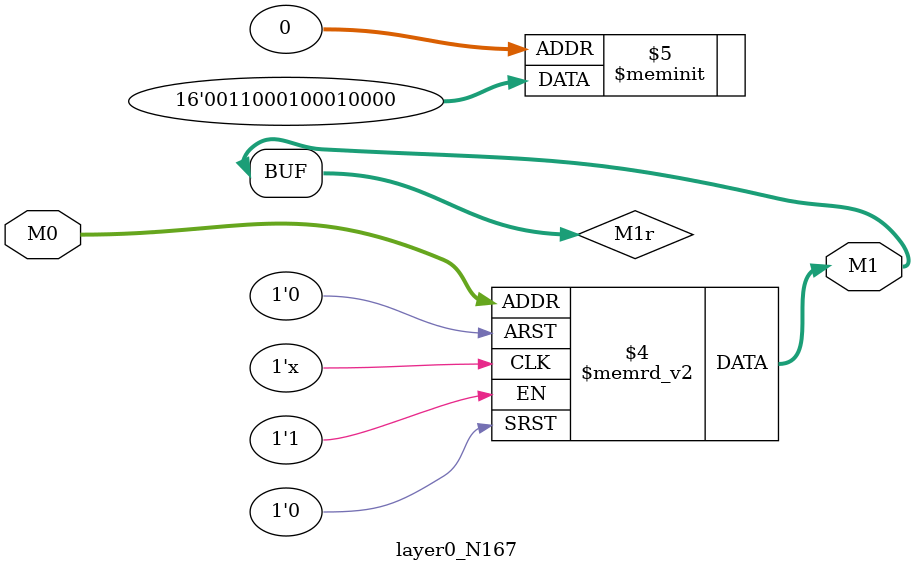
<source format=v>
module layer0_N167 ( input [2:0] M0, output [1:0] M1 );

	(*rom_style = "distributed" *) reg [1:0] M1r;
	assign M1 = M1r;
	always @ (M0) begin
		case (M0)
			3'b000: M1r = 2'b00;
			3'b100: M1r = 2'b01;
			3'b010: M1r = 2'b01;
			3'b110: M1r = 2'b11;
			3'b001: M1r = 2'b00;
			3'b101: M1r = 2'b00;
			3'b011: M1r = 2'b00;
			3'b111: M1r = 2'b00;

		endcase
	end
endmodule

</source>
